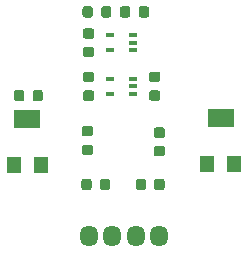
<source format=gtp>
G04 #@! TF.GenerationSoftware,KiCad,Pcbnew,(5.1.2)-1*
G04 #@! TF.CreationDate,2021-06-27T22:03:38+09:00*
G04 #@! TF.ProjectId,ls,6c732e6b-6963-4616-945f-706362585858,v1.0*
G04 #@! TF.SameCoordinates,Original*
G04 #@! TF.FileFunction,Paste,Top*
G04 #@! TF.FilePolarity,Positive*
%FSLAX46Y46*%
G04 Gerber Fmt 4.6, Leading zero omitted, Abs format (unit mm)*
G04 Created by KiCad (PCBNEW (5.1.2)-1) date 2021-06-27 22:03:38*
%MOMM*%
%LPD*%
G04 APERTURE LIST*
%ADD10R,0.650000X0.400000*%
%ADD11R,1.297940X1.399540*%
%ADD12R,2.298700X1.498600*%
%ADD13C,0.100000*%
%ADD14C,0.875000*%
%ADD15O,1.524000X1.800000*%
G04 APERTURE END LIST*
D10*
X146350000Y-96450000D03*
X146350000Y-95150000D03*
X148250000Y-95800000D03*
X148250000Y-95150000D03*
X148250000Y-96450000D03*
X146350000Y-92750000D03*
X146350000Y-91450000D03*
X148250000Y-92100000D03*
X148250000Y-91450000D03*
X148250000Y-92750000D03*
D11*
X154551920Y-102349780D03*
D12*
X155700000Y-98501680D03*
D11*
X156848080Y-102349780D03*
X138151920Y-102449780D03*
D12*
X139300000Y-98601680D03*
D11*
X140448080Y-102449780D03*
D13*
G36*
X147840691Y-89026053D02*
G01*
X147861926Y-89029203D01*
X147882750Y-89034419D01*
X147902962Y-89041651D01*
X147922368Y-89050830D01*
X147940781Y-89061866D01*
X147958024Y-89074654D01*
X147973930Y-89089070D01*
X147988346Y-89104976D01*
X148001134Y-89122219D01*
X148012170Y-89140632D01*
X148021349Y-89160038D01*
X148028581Y-89180250D01*
X148033797Y-89201074D01*
X148036947Y-89222309D01*
X148038000Y-89243750D01*
X148038000Y-89756250D01*
X148036947Y-89777691D01*
X148033797Y-89798926D01*
X148028581Y-89819750D01*
X148021349Y-89839962D01*
X148012170Y-89859368D01*
X148001134Y-89877781D01*
X147988346Y-89895024D01*
X147973930Y-89910930D01*
X147958024Y-89925346D01*
X147940781Y-89938134D01*
X147922368Y-89949170D01*
X147902962Y-89958349D01*
X147882750Y-89965581D01*
X147861926Y-89970797D01*
X147840691Y-89973947D01*
X147819250Y-89975000D01*
X147381750Y-89975000D01*
X147360309Y-89973947D01*
X147339074Y-89970797D01*
X147318250Y-89965581D01*
X147298038Y-89958349D01*
X147278632Y-89949170D01*
X147260219Y-89938134D01*
X147242976Y-89925346D01*
X147227070Y-89910930D01*
X147212654Y-89895024D01*
X147199866Y-89877781D01*
X147188830Y-89859368D01*
X147179651Y-89839962D01*
X147172419Y-89819750D01*
X147167203Y-89798926D01*
X147164053Y-89777691D01*
X147163000Y-89756250D01*
X147163000Y-89243750D01*
X147164053Y-89222309D01*
X147167203Y-89201074D01*
X147172419Y-89180250D01*
X147179651Y-89160038D01*
X147188830Y-89140632D01*
X147199866Y-89122219D01*
X147212654Y-89104976D01*
X147227070Y-89089070D01*
X147242976Y-89074654D01*
X147260219Y-89061866D01*
X147278632Y-89050830D01*
X147298038Y-89041651D01*
X147318250Y-89034419D01*
X147339074Y-89029203D01*
X147360309Y-89026053D01*
X147381750Y-89025000D01*
X147819250Y-89025000D01*
X147840691Y-89026053D01*
X147840691Y-89026053D01*
G37*
D14*
X147600500Y-89500000D03*
D13*
G36*
X149415691Y-89026053D02*
G01*
X149436926Y-89029203D01*
X149457750Y-89034419D01*
X149477962Y-89041651D01*
X149497368Y-89050830D01*
X149515781Y-89061866D01*
X149533024Y-89074654D01*
X149548930Y-89089070D01*
X149563346Y-89104976D01*
X149576134Y-89122219D01*
X149587170Y-89140632D01*
X149596349Y-89160038D01*
X149603581Y-89180250D01*
X149608797Y-89201074D01*
X149611947Y-89222309D01*
X149613000Y-89243750D01*
X149613000Y-89756250D01*
X149611947Y-89777691D01*
X149608797Y-89798926D01*
X149603581Y-89819750D01*
X149596349Y-89839962D01*
X149587170Y-89859368D01*
X149576134Y-89877781D01*
X149563346Y-89895024D01*
X149548930Y-89910930D01*
X149533024Y-89925346D01*
X149515781Y-89938134D01*
X149497368Y-89949170D01*
X149477962Y-89958349D01*
X149457750Y-89965581D01*
X149436926Y-89970797D01*
X149415691Y-89973947D01*
X149394250Y-89975000D01*
X148956750Y-89975000D01*
X148935309Y-89973947D01*
X148914074Y-89970797D01*
X148893250Y-89965581D01*
X148873038Y-89958349D01*
X148853632Y-89949170D01*
X148835219Y-89938134D01*
X148817976Y-89925346D01*
X148802070Y-89910930D01*
X148787654Y-89895024D01*
X148774866Y-89877781D01*
X148763830Y-89859368D01*
X148754651Y-89839962D01*
X148747419Y-89819750D01*
X148742203Y-89798926D01*
X148739053Y-89777691D01*
X148738000Y-89756250D01*
X148738000Y-89243750D01*
X148739053Y-89222309D01*
X148742203Y-89201074D01*
X148747419Y-89180250D01*
X148754651Y-89160038D01*
X148763830Y-89140632D01*
X148774866Y-89122219D01*
X148787654Y-89104976D01*
X148802070Y-89089070D01*
X148817976Y-89074654D01*
X148835219Y-89061866D01*
X148853632Y-89050830D01*
X148873038Y-89041651D01*
X148893250Y-89034419D01*
X148914074Y-89029203D01*
X148935309Y-89026053D01*
X148956750Y-89025000D01*
X149394250Y-89025000D01*
X149415691Y-89026053D01*
X149415691Y-89026053D01*
G37*
D14*
X149175500Y-89500000D03*
D13*
G36*
X150377691Y-94563553D02*
G01*
X150398926Y-94566703D01*
X150419750Y-94571919D01*
X150439962Y-94579151D01*
X150459368Y-94588330D01*
X150477781Y-94599366D01*
X150495024Y-94612154D01*
X150510930Y-94626570D01*
X150525346Y-94642476D01*
X150538134Y-94659719D01*
X150549170Y-94678132D01*
X150558349Y-94697538D01*
X150565581Y-94717750D01*
X150570797Y-94738574D01*
X150573947Y-94759809D01*
X150575000Y-94781250D01*
X150575000Y-95218750D01*
X150573947Y-95240191D01*
X150570797Y-95261426D01*
X150565581Y-95282250D01*
X150558349Y-95302462D01*
X150549170Y-95321868D01*
X150538134Y-95340281D01*
X150525346Y-95357524D01*
X150510930Y-95373430D01*
X150495024Y-95387846D01*
X150477781Y-95400634D01*
X150459368Y-95411670D01*
X150439962Y-95420849D01*
X150419750Y-95428081D01*
X150398926Y-95433297D01*
X150377691Y-95436447D01*
X150356250Y-95437500D01*
X149843750Y-95437500D01*
X149822309Y-95436447D01*
X149801074Y-95433297D01*
X149780250Y-95428081D01*
X149760038Y-95420849D01*
X149740632Y-95411670D01*
X149722219Y-95400634D01*
X149704976Y-95387846D01*
X149689070Y-95373430D01*
X149674654Y-95357524D01*
X149661866Y-95340281D01*
X149650830Y-95321868D01*
X149641651Y-95302462D01*
X149634419Y-95282250D01*
X149629203Y-95261426D01*
X149626053Y-95240191D01*
X149625000Y-95218750D01*
X149625000Y-94781250D01*
X149626053Y-94759809D01*
X149629203Y-94738574D01*
X149634419Y-94717750D01*
X149641651Y-94697538D01*
X149650830Y-94678132D01*
X149661866Y-94659719D01*
X149674654Y-94642476D01*
X149689070Y-94626570D01*
X149704976Y-94612154D01*
X149722219Y-94599366D01*
X149740632Y-94588330D01*
X149760038Y-94579151D01*
X149780250Y-94571919D01*
X149801074Y-94566703D01*
X149822309Y-94563553D01*
X149843750Y-94562500D01*
X150356250Y-94562500D01*
X150377691Y-94563553D01*
X150377691Y-94563553D01*
G37*
D14*
X150100000Y-95000000D03*
D13*
G36*
X150377691Y-96138553D02*
G01*
X150398926Y-96141703D01*
X150419750Y-96146919D01*
X150439962Y-96154151D01*
X150459368Y-96163330D01*
X150477781Y-96174366D01*
X150495024Y-96187154D01*
X150510930Y-96201570D01*
X150525346Y-96217476D01*
X150538134Y-96234719D01*
X150549170Y-96253132D01*
X150558349Y-96272538D01*
X150565581Y-96292750D01*
X150570797Y-96313574D01*
X150573947Y-96334809D01*
X150575000Y-96356250D01*
X150575000Y-96793750D01*
X150573947Y-96815191D01*
X150570797Y-96836426D01*
X150565581Y-96857250D01*
X150558349Y-96877462D01*
X150549170Y-96896868D01*
X150538134Y-96915281D01*
X150525346Y-96932524D01*
X150510930Y-96948430D01*
X150495024Y-96962846D01*
X150477781Y-96975634D01*
X150459368Y-96986670D01*
X150439962Y-96995849D01*
X150419750Y-97003081D01*
X150398926Y-97008297D01*
X150377691Y-97011447D01*
X150356250Y-97012500D01*
X149843750Y-97012500D01*
X149822309Y-97011447D01*
X149801074Y-97008297D01*
X149780250Y-97003081D01*
X149760038Y-96995849D01*
X149740632Y-96986670D01*
X149722219Y-96975634D01*
X149704976Y-96962846D01*
X149689070Y-96948430D01*
X149674654Y-96932524D01*
X149661866Y-96915281D01*
X149650830Y-96896868D01*
X149641651Y-96877462D01*
X149634419Y-96857250D01*
X149629203Y-96836426D01*
X149626053Y-96815191D01*
X149625000Y-96793750D01*
X149625000Y-96356250D01*
X149626053Y-96334809D01*
X149629203Y-96313574D01*
X149634419Y-96292750D01*
X149641651Y-96272538D01*
X149650830Y-96253132D01*
X149661866Y-96234719D01*
X149674654Y-96217476D01*
X149689070Y-96201570D01*
X149704976Y-96187154D01*
X149722219Y-96174366D01*
X149740632Y-96163330D01*
X149760038Y-96154151D01*
X149780250Y-96146919D01*
X149801074Y-96141703D01*
X149822309Y-96138553D01*
X149843750Y-96137500D01*
X150356250Y-96137500D01*
X150377691Y-96138553D01*
X150377691Y-96138553D01*
G37*
D14*
X150100000Y-96575000D03*
D13*
G36*
X144664691Y-89026053D02*
G01*
X144685926Y-89029203D01*
X144706750Y-89034419D01*
X144726962Y-89041651D01*
X144746368Y-89050830D01*
X144764781Y-89061866D01*
X144782024Y-89074654D01*
X144797930Y-89089070D01*
X144812346Y-89104976D01*
X144825134Y-89122219D01*
X144836170Y-89140632D01*
X144845349Y-89160038D01*
X144852581Y-89180250D01*
X144857797Y-89201074D01*
X144860947Y-89222309D01*
X144862000Y-89243750D01*
X144862000Y-89756250D01*
X144860947Y-89777691D01*
X144857797Y-89798926D01*
X144852581Y-89819750D01*
X144845349Y-89839962D01*
X144836170Y-89859368D01*
X144825134Y-89877781D01*
X144812346Y-89895024D01*
X144797930Y-89910930D01*
X144782024Y-89925346D01*
X144764781Y-89938134D01*
X144746368Y-89949170D01*
X144726962Y-89958349D01*
X144706750Y-89965581D01*
X144685926Y-89970797D01*
X144664691Y-89973947D01*
X144643250Y-89975000D01*
X144205750Y-89975000D01*
X144184309Y-89973947D01*
X144163074Y-89970797D01*
X144142250Y-89965581D01*
X144122038Y-89958349D01*
X144102632Y-89949170D01*
X144084219Y-89938134D01*
X144066976Y-89925346D01*
X144051070Y-89910930D01*
X144036654Y-89895024D01*
X144023866Y-89877781D01*
X144012830Y-89859368D01*
X144003651Y-89839962D01*
X143996419Y-89819750D01*
X143991203Y-89798926D01*
X143988053Y-89777691D01*
X143987000Y-89756250D01*
X143987000Y-89243750D01*
X143988053Y-89222309D01*
X143991203Y-89201074D01*
X143996419Y-89180250D01*
X144003651Y-89160038D01*
X144012830Y-89140632D01*
X144023866Y-89122219D01*
X144036654Y-89104976D01*
X144051070Y-89089070D01*
X144066976Y-89074654D01*
X144084219Y-89061866D01*
X144102632Y-89050830D01*
X144122038Y-89041651D01*
X144142250Y-89034419D01*
X144163074Y-89029203D01*
X144184309Y-89026053D01*
X144205750Y-89025000D01*
X144643250Y-89025000D01*
X144664691Y-89026053D01*
X144664691Y-89026053D01*
G37*
D14*
X144424500Y-89500000D03*
D13*
G36*
X146239691Y-89026053D02*
G01*
X146260926Y-89029203D01*
X146281750Y-89034419D01*
X146301962Y-89041651D01*
X146321368Y-89050830D01*
X146339781Y-89061866D01*
X146357024Y-89074654D01*
X146372930Y-89089070D01*
X146387346Y-89104976D01*
X146400134Y-89122219D01*
X146411170Y-89140632D01*
X146420349Y-89160038D01*
X146427581Y-89180250D01*
X146432797Y-89201074D01*
X146435947Y-89222309D01*
X146437000Y-89243750D01*
X146437000Y-89756250D01*
X146435947Y-89777691D01*
X146432797Y-89798926D01*
X146427581Y-89819750D01*
X146420349Y-89839962D01*
X146411170Y-89859368D01*
X146400134Y-89877781D01*
X146387346Y-89895024D01*
X146372930Y-89910930D01*
X146357024Y-89925346D01*
X146339781Y-89938134D01*
X146321368Y-89949170D01*
X146301962Y-89958349D01*
X146281750Y-89965581D01*
X146260926Y-89970797D01*
X146239691Y-89973947D01*
X146218250Y-89975000D01*
X145780750Y-89975000D01*
X145759309Y-89973947D01*
X145738074Y-89970797D01*
X145717250Y-89965581D01*
X145697038Y-89958349D01*
X145677632Y-89949170D01*
X145659219Y-89938134D01*
X145641976Y-89925346D01*
X145626070Y-89910930D01*
X145611654Y-89895024D01*
X145598866Y-89877781D01*
X145587830Y-89859368D01*
X145578651Y-89839962D01*
X145571419Y-89819750D01*
X145566203Y-89798926D01*
X145563053Y-89777691D01*
X145562000Y-89756250D01*
X145562000Y-89243750D01*
X145563053Y-89222309D01*
X145566203Y-89201074D01*
X145571419Y-89180250D01*
X145578651Y-89160038D01*
X145587830Y-89140632D01*
X145598866Y-89122219D01*
X145611654Y-89104976D01*
X145626070Y-89089070D01*
X145641976Y-89074654D01*
X145659219Y-89061866D01*
X145677632Y-89050830D01*
X145697038Y-89041651D01*
X145717250Y-89034419D01*
X145738074Y-89029203D01*
X145759309Y-89026053D01*
X145780750Y-89025000D01*
X146218250Y-89025000D01*
X146239691Y-89026053D01*
X146239691Y-89026053D01*
G37*
D14*
X145999500Y-89500000D03*
D13*
G36*
X150739691Y-103626053D02*
G01*
X150760926Y-103629203D01*
X150781750Y-103634419D01*
X150801962Y-103641651D01*
X150821368Y-103650830D01*
X150839781Y-103661866D01*
X150857024Y-103674654D01*
X150872930Y-103689070D01*
X150887346Y-103704976D01*
X150900134Y-103722219D01*
X150911170Y-103740632D01*
X150920349Y-103760038D01*
X150927581Y-103780250D01*
X150932797Y-103801074D01*
X150935947Y-103822309D01*
X150937000Y-103843750D01*
X150937000Y-104356250D01*
X150935947Y-104377691D01*
X150932797Y-104398926D01*
X150927581Y-104419750D01*
X150920349Y-104439962D01*
X150911170Y-104459368D01*
X150900134Y-104477781D01*
X150887346Y-104495024D01*
X150872930Y-104510930D01*
X150857024Y-104525346D01*
X150839781Y-104538134D01*
X150821368Y-104549170D01*
X150801962Y-104558349D01*
X150781750Y-104565581D01*
X150760926Y-104570797D01*
X150739691Y-104573947D01*
X150718250Y-104575000D01*
X150280750Y-104575000D01*
X150259309Y-104573947D01*
X150238074Y-104570797D01*
X150217250Y-104565581D01*
X150197038Y-104558349D01*
X150177632Y-104549170D01*
X150159219Y-104538134D01*
X150141976Y-104525346D01*
X150126070Y-104510930D01*
X150111654Y-104495024D01*
X150098866Y-104477781D01*
X150087830Y-104459368D01*
X150078651Y-104439962D01*
X150071419Y-104419750D01*
X150066203Y-104398926D01*
X150063053Y-104377691D01*
X150062000Y-104356250D01*
X150062000Y-103843750D01*
X150063053Y-103822309D01*
X150066203Y-103801074D01*
X150071419Y-103780250D01*
X150078651Y-103760038D01*
X150087830Y-103740632D01*
X150098866Y-103722219D01*
X150111654Y-103704976D01*
X150126070Y-103689070D01*
X150141976Y-103674654D01*
X150159219Y-103661866D01*
X150177632Y-103650830D01*
X150197038Y-103641651D01*
X150217250Y-103634419D01*
X150238074Y-103629203D01*
X150259309Y-103626053D01*
X150280750Y-103625000D01*
X150718250Y-103625000D01*
X150739691Y-103626053D01*
X150739691Y-103626053D01*
G37*
D14*
X150499500Y-104100000D03*
D13*
G36*
X149164691Y-103626053D02*
G01*
X149185926Y-103629203D01*
X149206750Y-103634419D01*
X149226962Y-103641651D01*
X149246368Y-103650830D01*
X149264781Y-103661866D01*
X149282024Y-103674654D01*
X149297930Y-103689070D01*
X149312346Y-103704976D01*
X149325134Y-103722219D01*
X149336170Y-103740632D01*
X149345349Y-103760038D01*
X149352581Y-103780250D01*
X149357797Y-103801074D01*
X149360947Y-103822309D01*
X149362000Y-103843750D01*
X149362000Y-104356250D01*
X149360947Y-104377691D01*
X149357797Y-104398926D01*
X149352581Y-104419750D01*
X149345349Y-104439962D01*
X149336170Y-104459368D01*
X149325134Y-104477781D01*
X149312346Y-104495024D01*
X149297930Y-104510930D01*
X149282024Y-104525346D01*
X149264781Y-104538134D01*
X149246368Y-104549170D01*
X149226962Y-104558349D01*
X149206750Y-104565581D01*
X149185926Y-104570797D01*
X149164691Y-104573947D01*
X149143250Y-104575000D01*
X148705750Y-104575000D01*
X148684309Y-104573947D01*
X148663074Y-104570797D01*
X148642250Y-104565581D01*
X148622038Y-104558349D01*
X148602632Y-104549170D01*
X148584219Y-104538134D01*
X148566976Y-104525346D01*
X148551070Y-104510930D01*
X148536654Y-104495024D01*
X148523866Y-104477781D01*
X148512830Y-104459368D01*
X148503651Y-104439962D01*
X148496419Y-104419750D01*
X148491203Y-104398926D01*
X148488053Y-104377691D01*
X148487000Y-104356250D01*
X148487000Y-103843750D01*
X148488053Y-103822309D01*
X148491203Y-103801074D01*
X148496419Y-103780250D01*
X148503651Y-103760038D01*
X148512830Y-103740632D01*
X148523866Y-103722219D01*
X148536654Y-103704976D01*
X148551070Y-103689070D01*
X148566976Y-103674654D01*
X148584219Y-103661866D01*
X148602632Y-103650830D01*
X148622038Y-103641651D01*
X148642250Y-103634419D01*
X148663074Y-103629203D01*
X148684309Y-103626053D01*
X148705750Y-103625000D01*
X149143250Y-103625000D01*
X149164691Y-103626053D01*
X149164691Y-103626053D01*
G37*
D14*
X148924500Y-104100000D03*
D15*
X144500000Y-108500000D03*
X146500000Y-108500000D03*
X148500000Y-108500000D03*
X150500000Y-108500000D03*
D13*
G36*
X146139691Y-103626053D02*
G01*
X146160926Y-103629203D01*
X146181750Y-103634419D01*
X146201962Y-103641651D01*
X146221368Y-103650830D01*
X146239781Y-103661866D01*
X146257024Y-103674654D01*
X146272930Y-103689070D01*
X146287346Y-103704976D01*
X146300134Y-103722219D01*
X146311170Y-103740632D01*
X146320349Y-103760038D01*
X146327581Y-103780250D01*
X146332797Y-103801074D01*
X146335947Y-103822309D01*
X146337000Y-103843750D01*
X146337000Y-104356250D01*
X146335947Y-104377691D01*
X146332797Y-104398926D01*
X146327581Y-104419750D01*
X146320349Y-104439962D01*
X146311170Y-104459368D01*
X146300134Y-104477781D01*
X146287346Y-104495024D01*
X146272930Y-104510930D01*
X146257024Y-104525346D01*
X146239781Y-104538134D01*
X146221368Y-104549170D01*
X146201962Y-104558349D01*
X146181750Y-104565581D01*
X146160926Y-104570797D01*
X146139691Y-104573947D01*
X146118250Y-104575000D01*
X145680750Y-104575000D01*
X145659309Y-104573947D01*
X145638074Y-104570797D01*
X145617250Y-104565581D01*
X145597038Y-104558349D01*
X145577632Y-104549170D01*
X145559219Y-104538134D01*
X145541976Y-104525346D01*
X145526070Y-104510930D01*
X145511654Y-104495024D01*
X145498866Y-104477781D01*
X145487830Y-104459368D01*
X145478651Y-104439962D01*
X145471419Y-104419750D01*
X145466203Y-104398926D01*
X145463053Y-104377691D01*
X145462000Y-104356250D01*
X145462000Y-103843750D01*
X145463053Y-103822309D01*
X145466203Y-103801074D01*
X145471419Y-103780250D01*
X145478651Y-103760038D01*
X145487830Y-103740632D01*
X145498866Y-103722219D01*
X145511654Y-103704976D01*
X145526070Y-103689070D01*
X145541976Y-103674654D01*
X145559219Y-103661866D01*
X145577632Y-103650830D01*
X145597038Y-103641651D01*
X145617250Y-103634419D01*
X145638074Y-103629203D01*
X145659309Y-103626053D01*
X145680750Y-103625000D01*
X146118250Y-103625000D01*
X146139691Y-103626053D01*
X146139691Y-103626053D01*
G37*
D14*
X145899500Y-104100000D03*
D13*
G36*
X144564691Y-103626053D02*
G01*
X144585926Y-103629203D01*
X144606750Y-103634419D01*
X144626962Y-103641651D01*
X144646368Y-103650830D01*
X144664781Y-103661866D01*
X144682024Y-103674654D01*
X144697930Y-103689070D01*
X144712346Y-103704976D01*
X144725134Y-103722219D01*
X144736170Y-103740632D01*
X144745349Y-103760038D01*
X144752581Y-103780250D01*
X144757797Y-103801074D01*
X144760947Y-103822309D01*
X144762000Y-103843750D01*
X144762000Y-104356250D01*
X144760947Y-104377691D01*
X144757797Y-104398926D01*
X144752581Y-104419750D01*
X144745349Y-104439962D01*
X144736170Y-104459368D01*
X144725134Y-104477781D01*
X144712346Y-104495024D01*
X144697930Y-104510930D01*
X144682024Y-104525346D01*
X144664781Y-104538134D01*
X144646368Y-104549170D01*
X144626962Y-104558349D01*
X144606750Y-104565581D01*
X144585926Y-104570797D01*
X144564691Y-104573947D01*
X144543250Y-104575000D01*
X144105750Y-104575000D01*
X144084309Y-104573947D01*
X144063074Y-104570797D01*
X144042250Y-104565581D01*
X144022038Y-104558349D01*
X144002632Y-104549170D01*
X143984219Y-104538134D01*
X143966976Y-104525346D01*
X143951070Y-104510930D01*
X143936654Y-104495024D01*
X143923866Y-104477781D01*
X143912830Y-104459368D01*
X143903651Y-104439962D01*
X143896419Y-104419750D01*
X143891203Y-104398926D01*
X143888053Y-104377691D01*
X143887000Y-104356250D01*
X143887000Y-103843750D01*
X143888053Y-103822309D01*
X143891203Y-103801074D01*
X143896419Y-103780250D01*
X143903651Y-103760038D01*
X143912830Y-103740632D01*
X143923866Y-103722219D01*
X143936654Y-103704976D01*
X143951070Y-103689070D01*
X143966976Y-103674654D01*
X143984219Y-103661866D01*
X144002632Y-103650830D01*
X144022038Y-103641651D01*
X144042250Y-103634419D01*
X144063074Y-103629203D01*
X144084309Y-103626053D01*
X144105750Y-103625000D01*
X144543250Y-103625000D01*
X144564691Y-103626053D01*
X144564691Y-103626053D01*
G37*
D14*
X144324500Y-104100000D03*
D13*
G36*
X144777691Y-94576053D02*
G01*
X144798926Y-94579203D01*
X144819750Y-94584419D01*
X144839962Y-94591651D01*
X144859368Y-94600830D01*
X144877781Y-94611866D01*
X144895024Y-94624654D01*
X144910930Y-94639070D01*
X144925346Y-94654976D01*
X144938134Y-94672219D01*
X144949170Y-94690632D01*
X144958349Y-94710038D01*
X144965581Y-94730250D01*
X144970797Y-94751074D01*
X144973947Y-94772309D01*
X144975000Y-94793750D01*
X144975000Y-95231250D01*
X144973947Y-95252691D01*
X144970797Y-95273926D01*
X144965581Y-95294750D01*
X144958349Y-95314962D01*
X144949170Y-95334368D01*
X144938134Y-95352781D01*
X144925346Y-95370024D01*
X144910930Y-95385930D01*
X144895024Y-95400346D01*
X144877781Y-95413134D01*
X144859368Y-95424170D01*
X144839962Y-95433349D01*
X144819750Y-95440581D01*
X144798926Y-95445797D01*
X144777691Y-95448947D01*
X144756250Y-95450000D01*
X144243750Y-95450000D01*
X144222309Y-95448947D01*
X144201074Y-95445797D01*
X144180250Y-95440581D01*
X144160038Y-95433349D01*
X144140632Y-95424170D01*
X144122219Y-95413134D01*
X144104976Y-95400346D01*
X144089070Y-95385930D01*
X144074654Y-95370024D01*
X144061866Y-95352781D01*
X144050830Y-95334368D01*
X144041651Y-95314962D01*
X144034419Y-95294750D01*
X144029203Y-95273926D01*
X144026053Y-95252691D01*
X144025000Y-95231250D01*
X144025000Y-94793750D01*
X144026053Y-94772309D01*
X144029203Y-94751074D01*
X144034419Y-94730250D01*
X144041651Y-94710038D01*
X144050830Y-94690632D01*
X144061866Y-94672219D01*
X144074654Y-94654976D01*
X144089070Y-94639070D01*
X144104976Y-94624654D01*
X144122219Y-94611866D01*
X144140632Y-94600830D01*
X144160038Y-94591651D01*
X144180250Y-94584419D01*
X144201074Y-94579203D01*
X144222309Y-94576053D01*
X144243750Y-94575000D01*
X144756250Y-94575000D01*
X144777691Y-94576053D01*
X144777691Y-94576053D01*
G37*
D14*
X144500000Y-95012500D03*
D13*
G36*
X144777691Y-96151053D02*
G01*
X144798926Y-96154203D01*
X144819750Y-96159419D01*
X144839962Y-96166651D01*
X144859368Y-96175830D01*
X144877781Y-96186866D01*
X144895024Y-96199654D01*
X144910930Y-96214070D01*
X144925346Y-96229976D01*
X144938134Y-96247219D01*
X144949170Y-96265632D01*
X144958349Y-96285038D01*
X144965581Y-96305250D01*
X144970797Y-96326074D01*
X144973947Y-96347309D01*
X144975000Y-96368750D01*
X144975000Y-96806250D01*
X144973947Y-96827691D01*
X144970797Y-96848926D01*
X144965581Y-96869750D01*
X144958349Y-96889962D01*
X144949170Y-96909368D01*
X144938134Y-96927781D01*
X144925346Y-96945024D01*
X144910930Y-96960930D01*
X144895024Y-96975346D01*
X144877781Y-96988134D01*
X144859368Y-96999170D01*
X144839962Y-97008349D01*
X144819750Y-97015581D01*
X144798926Y-97020797D01*
X144777691Y-97023947D01*
X144756250Y-97025000D01*
X144243750Y-97025000D01*
X144222309Y-97023947D01*
X144201074Y-97020797D01*
X144180250Y-97015581D01*
X144160038Y-97008349D01*
X144140632Y-96999170D01*
X144122219Y-96988134D01*
X144104976Y-96975346D01*
X144089070Y-96960930D01*
X144074654Y-96945024D01*
X144061866Y-96927781D01*
X144050830Y-96909368D01*
X144041651Y-96889962D01*
X144034419Y-96869750D01*
X144029203Y-96848926D01*
X144026053Y-96827691D01*
X144025000Y-96806250D01*
X144025000Y-96368750D01*
X144026053Y-96347309D01*
X144029203Y-96326074D01*
X144034419Y-96305250D01*
X144041651Y-96285038D01*
X144050830Y-96265632D01*
X144061866Y-96247219D01*
X144074654Y-96229976D01*
X144089070Y-96214070D01*
X144104976Y-96199654D01*
X144122219Y-96186866D01*
X144140632Y-96175830D01*
X144160038Y-96166651D01*
X144180250Y-96159419D01*
X144201074Y-96154203D01*
X144222309Y-96151053D01*
X144243750Y-96150000D01*
X144756250Y-96150000D01*
X144777691Y-96151053D01*
X144777691Y-96151053D01*
G37*
D14*
X144500000Y-96587500D03*
D13*
G36*
X144777691Y-90888553D02*
G01*
X144798926Y-90891703D01*
X144819750Y-90896919D01*
X144839962Y-90904151D01*
X144859368Y-90913330D01*
X144877781Y-90924366D01*
X144895024Y-90937154D01*
X144910930Y-90951570D01*
X144925346Y-90967476D01*
X144938134Y-90984719D01*
X144949170Y-91003132D01*
X144958349Y-91022538D01*
X144965581Y-91042750D01*
X144970797Y-91063574D01*
X144973947Y-91084809D01*
X144975000Y-91106250D01*
X144975000Y-91543750D01*
X144973947Y-91565191D01*
X144970797Y-91586426D01*
X144965581Y-91607250D01*
X144958349Y-91627462D01*
X144949170Y-91646868D01*
X144938134Y-91665281D01*
X144925346Y-91682524D01*
X144910930Y-91698430D01*
X144895024Y-91712846D01*
X144877781Y-91725634D01*
X144859368Y-91736670D01*
X144839962Y-91745849D01*
X144819750Y-91753081D01*
X144798926Y-91758297D01*
X144777691Y-91761447D01*
X144756250Y-91762500D01*
X144243750Y-91762500D01*
X144222309Y-91761447D01*
X144201074Y-91758297D01*
X144180250Y-91753081D01*
X144160038Y-91745849D01*
X144140632Y-91736670D01*
X144122219Y-91725634D01*
X144104976Y-91712846D01*
X144089070Y-91698430D01*
X144074654Y-91682524D01*
X144061866Y-91665281D01*
X144050830Y-91646868D01*
X144041651Y-91627462D01*
X144034419Y-91607250D01*
X144029203Y-91586426D01*
X144026053Y-91565191D01*
X144025000Y-91543750D01*
X144025000Y-91106250D01*
X144026053Y-91084809D01*
X144029203Y-91063574D01*
X144034419Y-91042750D01*
X144041651Y-91022538D01*
X144050830Y-91003132D01*
X144061866Y-90984719D01*
X144074654Y-90967476D01*
X144089070Y-90951570D01*
X144104976Y-90937154D01*
X144122219Y-90924366D01*
X144140632Y-90913330D01*
X144160038Y-90904151D01*
X144180250Y-90896919D01*
X144201074Y-90891703D01*
X144222309Y-90888553D01*
X144243750Y-90887500D01*
X144756250Y-90887500D01*
X144777691Y-90888553D01*
X144777691Y-90888553D01*
G37*
D14*
X144500000Y-91325000D03*
D13*
G36*
X144777691Y-92463553D02*
G01*
X144798926Y-92466703D01*
X144819750Y-92471919D01*
X144839962Y-92479151D01*
X144859368Y-92488330D01*
X144877781Y-92499366D01*
X144895024Y-92512154D01*
X144910930Y-92526570D01*
X144925346Y-92542476D01*
X144938134Y-92559719D01*
X144949170Y-92578132D01*
X144958349Y-92597538D01*
X144965581Y-92617750D01*
X144970797Y-92638574D01*
X144973947Y-92659809D01*
X144975000Y-92681250D01*
X144975000Y-93118750D01*
X144973947Y-93140191D01*
X144970797Y-93161426D01*
X144965581Y-93182250D01*
X144958349Y-93202462D01*
X144949170Y-93221868D01*
X144938134Y-93240281D01*
X144925346Y-93257524D01*
X144910930Y-93273430D01*
X144895024Y-93287846D01*
X144877781Y-93300634D01*
X144859368Y-93311670D01*
X144839962Y-93320849D01*
X144819750Y-93328081D01*
X144798926Y-93333297D01*
X144777691Y-93336447D01*
X144756250Y-93337500D01*
X144243750Y-93337500D01*
X144222309Y-93336447D01*
X144201074Y-93333297D01*
X144180250Y-93328081D01*
X144160038Y-93320849D01*
X144140632Y-93311670D01*
X144122219Y-93300634D01*
X144104976Y-93287846D01*
X144089070Y-93273430D01*
X144074654Y-93257524D01*
X144061866Y-93240281D01*
X144050830Y-93221868D01*
X144041651Y-93202462D01*
X144034419Y-93182250D01*
X144029203Y-93161426D01*
X144026053Y-93140191D01*
X144025000Y-93118750D01*
X144025000Y-92681250D01*
X144026053Y-92659809D01*
X144029203Y-92638574D01*
X144034419Y-92617750D01*
X144041651Y-92597538D01*
X144050830Y-92578132D01*
X144061866Y-92559719D01*
X144074654Y-92542476D01*
X144089070Y-92526570D01*
X144104976Y-92512154D01*
X144122219Y-92499366D01*
X144140632Y-92488330D01*
X144160038Y-92479151D01*
X144180250Y-92471919D01*
X144201074Y-92466703D01*
X144222309Y-92463553D01*
X144243750Y-92462500D01*
X144756250Y-92462500D01*
X144777691Y-92463553D01*
X144777691Y-92463553D01*
G37*
D14*
X144500000Y-92900000D03*
D13*
G36*
X150777691Y-99276053D02*
G01*
X150798926Y-99279203D01*
X150819750Y-99284419D01*
X150839962Y-99291651D01*
X150859368Y-99300830D01*
X150877781Y-99311866D01*
X150895024Y-99324654D01*
X150910930Y-99339070D01*
X150925346Y-99354976D01*
X150938134Y-99372219D01*
X150949170Y-99390632D01*
X150958349Y-99410038D01*
X150965581Y-99430250D01*
X150970797Y-99451074D01*
X150973947Y-99472309D01*
X150975000Y-99493750D01*
X150975000Y-99931250D01*
X150973947Y-99952691D01*
X150970797Y-99973926D01*
X150965581Y-99994750D01*
X150958349Y-100014962D01*
X150949170Y-100034368D01*
X150938134Y-100052781D01*
X150925346Y-100070024D01*
X150910930Y-100085930D01*
X150895024Y-100100346D01*
X150877781Y-100113134D01*
X150859368Y-100124170D01*
X150839962Y-100133349D01*
X150819750Y-100140581D01*
X150798926Y-100145797D01*
X150777691Y-100148947D01*
X150756250Y-100150000D01*
X150243750Y-100150000D01*
X150222309Y-100148947D01*
X150201074Y-100145797D01*
X150180250Y-100140581D01*
X150160038Y-100133349D01*
X150140632Y-100124170D01*
X150122219Y-100113134D01*
X150104976Y-100100346D01*
X150089070Y-100085930D01*
X150074654Y-100070024D01*
X150061866Y-100052781D01*
X150050830Y-100034368D01*
X150041651Y-100014962D01*
X150034419Y-99994750D01*
X150029203Y-99973926D01*
X150026053Y-99952691D01*
X150025000Y-99931250D01*
X150025000Y-99493750D01*
X150026053Y-99472309D01*
X150029203Y-99451074D01*
X150034419Y-99430250D01*
X150041651Y-99410038D01*
X150050830Y-99390632D01*
X150061866Y-99372219D01*
X150074654Y-99354976D01*
X150089070Y-99339070D01*
X150104976Y-99324654D01*
X150122219Y-99311866D01*
X150140632Y-99300830D01*
X150160038Y-99291651D01*
X150180250Y-99284419D01*
X150201074Y-99279203D01*
X150222309Y-99276053D01*
X150243750Y-99275000D01*
X150756250Y-99275000D01*
X150777691Y-99276053D01*
X150777691Y-99276053D01*
G37*
D14*
X150500000Y-99712500D03*
D13*
G36*
X150777691Y-100851053D02*
G01*
X150798926Y-100854203D01*
X150819750Y-100859419D01*
X150839962Y-100866651D01*
X150859368Y-100875830D01*
X150877781Y-100886866D01*
X150895024Y-100899654D01*
X150910930Y-100914070D01*
X150925346Y-100929976D01*
X150938134Y-100947219D01*
X150949170Y-100965632D01*
X150958349Y-100985038D01*
X150965581Y-101005250D01*
X150970797Y-101026074D01*
X150973947Y-101047309D01*
X150975000Y-101068750D01*
X150975000Y-101506250D01*
X150973947Y-101527691D01*
X150970797Y-101548926D01*
X150965581Y-101569750D01*
X150958349Y-101589962D01*
X150949170Y-101609368D01*
X150938134Y-101627781D01*
X150925346Y-101645024D01*
X150910930Y-101660930D01*
X150895024Y-101675346D01*
X150877781Y-101688134D01*
X150859368Y-101699170D01*
X150839962Y-101708349D01*
X150819750Y-101715581D01*
X150798926Y-101720797D01*
X150777691Y-101723947D01*
X150756250Y-101725000D01*
X150243750Y-101725000D01*
X150222309Y-101723947D01*
X150201074Y-101720797D01*
X150180250Y-101715581D01*
X150160038Y-101708349D01*
X150140632Y-101699170D01*
X150122219Y-101688134D01*
X150104976Y-101675346D01*
X150089070Y-101660930D01*
X150074654Y-101645024D01*
X150061866Y-101627781D01*
X150050830Y-101609368D01*
X150041651Y-101589962D01*
X150034419Y-101569750D01*
X150029203Y-101548926D01*
X150026053Y-101527691D01*
X150025000Y-101506250D01*
X150025000Y-101068750D01*
X150026053Y-101047309D01*
X150029203Y-101026074D01*
X150034419Y-101005250D01*
X150041651Y-100985038D01*
X150050830Y-100965632D01*
X150061866Y-100947219D01*
X150074654Y-100929976D01*
X150089070Y-100914070D01*
X150104976Y-100899654D01*
X150122219Y-100886866D01*
X150140632Y-100875830D01*
X150160038Y-100866651D01*
X150180250Y-100859419D01*
X150201074Y-100854203D01*
X150222309Y-100851053D01*
X150243750Y-100850000D01*
X150756250Y-100850000D01*
X150777691Y-100851053D01*
X150777691Y-100851053D01*
G37*
D14*
X150500000Y-101287500D03*
D13*
G36*
X140439691Y-96126053D02*
G01*
X140460926Y-96129203D01*
X140481750Y-96134419D01*
X140501962Y-96141651D01*
X140521368Y-96150830D01*
X140539781Y-96161866D01*
X140557024Y-96174654D01*
X140572930Y-96189070D01*
X140587346Y-96204976D01*
X140600134Y-96222219D01*
X140611170Y-96240632D01*
X140620349Y-96260038D01*
X140627581Y-96280250D01*
X140632797Y-96301074D01*
X140635947Y-96322309D01*
X140637000Y-96343750D01*
X140637000Y-96856250D01*
X140635947Y-96877691D01*
X140632797Y-96898926D01*
X140627581Y-96919750D01*
X140620349Y-96939962D01*
X140611170Y-96959368D01*
X140600134Y-96977781D01*
X140587346Y-96995024D01*
X140572930Y-97010930D01*
X140557024Y-97025346D01*
X140539781Y-97038134D01*
X140521368Y-97049170D01*
X140501962Y-97058349D01*
X140481750Y-97065581D01*
X140460926Y-97070797D01*
X140439691Y-97073947D01*
X140418250Y-97075000D01*
X139980750Y-97075000D01*
X139959309Y-97073947D01*
X139938074Y-97070797D01*
X139917250Y-97065581D01*
X139897038Y-97058349D01*
X139877632Y-97049170D01*
X139859219Y-97038134D01*
X139841976Y-97025346D01*
X139826070Y-97010930D01*
X139811654Y-96995024D01*
X139798866Y-96977781D01*
X139787830Y-96959368D01*
X139778651Y-96939962D01*
X139771419Y-96919750D01*
X139766203Y-96898926D01*
X139763053Y-96877691D01*
X139762000Y-96856250D01*
X139762000Y-96343750D01*
X139763053Y-96322309D01*
X139766203Y-96301074D01*
X139771419Y-96280250D01*
X139778651Y-96260038D01*
X139787830Y-96240632D01*
X139798866Y-96222219D01*
X139811654Y-96204976D01*
X139826070Y-96189070D01*
X139841976Y-96174654D01*
X139859219Y-96161866D01*
X139877632Y-96150830D01*
X139897038Y-96141651D01*
X139917250Y-96134419D01*
X139938074Y-96129203D01*
X139959309Y-96126053D01*
X139980750Y-96125000D01*
X140418250Y-96125000D01*
X140439691Y-96126053D01*
X140439691Y-96126053D01*
G37*
D14*
X140199500Y-96600000D03*
D13*
G36*
X138864691Y-96126053D02*
G01*
X138885926Y-96129203D01*
X138906750Y-96134419D01*
X138926962Y-96141651D01*
X138946368Y-96150830D01*
X138964781Y-96161866D01*
X138982024Y-96174654D01*
X138997930Y-96189070D01*
X139012346Y-96204976D01*
X139025134Y-96222219D01*
X139036170Y-96240632D01*
X139045349Y-96260038D01*
X139052581Y-96280250D01*
X139057797Y-96301074D01*
X139060947Y-96322309D01*
X139062000Y-96343750D01*
X139062000Y-96856250D01*
X139060947Y-96877691D01*
X139057797Y-96898926D01*
X139052581Y-96919750D01*
X139045349Y-96939962D01*
X139036170Y-96959368D01*
X139025134Y-96977781D01*
X139012346Y-96995024D01*
X138997930Y-97010930D01*
X138982024Y-97025346D01*
X138964781Y-97038134D01*
X138946368Y-97049170D01*
X138926962Y-97058349D01*
X138906750Y-97065581D01*
X138885926Y-97070797D01*
X138864691Y-97073947D01*
X138843250Y-97075000D01*
X138405750Y-97075000D01*
X138384309Y-97073947D01*
X138363074Y-97070797D01*
X138342250Y-97065581D01*
X138322038Y-97058349D01*
X138302632Y-97049170D01*
X138284219Y-97038134D01*
X138266976Y-97025346D01*
X138251070Y-97010930D01*
X138236654Y-96995024D01*
X138223866Y-96977781D01*
X138212830Y-96959368D01*
X138203651Y-96939962D01*
X138196419Y-96919750D01*
X138191203Y-96898926D01*
X138188053Y-96877691D01*
X138187000Y-96856250D01*
X138187000Y-96343750D01*
X138188053Y-96322309D01*
X138191203Y-96301074D01*
X138196419Y-96280250D01*
X138203651Y-96260038D01*
X138212830Y-96240632D01*
X138223866Y-96222219D01*
X138236654Y-96204976D01*
X138251070Y-96189070D01*
X138266976Y-96174654D01*
X138284219Y-96161866D01*
X138302632Y-96150830D01*
X138322038Y-96141651D01*
X138342250Y-96134419D01*
X138363074Y-96129203D01*
X138384309Y-96126053D01*
X138405750Y-96125000D01*
X138843250Y-96125000D01*
X138864691Y-96126053D01*
X138864691Y-96126053D01*
G37*
D14*
X138624500Y-96600000D03*
D13*
G36*
X144677691Y-99164053D02*
G01*
X144698926Y-99167203D01*
X144719750Y-99172419D01*
X144739962Y-99179651D01*
X144759368Y-99188830D01*
X144777781Y-99199866D01*
X144795024Y-99212654D01*
X144810930Y-99227070D01*
X144825346Y-99242976D01*
X144838134Y-99260219D01*
X144849170Y-99278632D01*
X144858349Y-99298038D01*
X144865581Y-99318250D01*
X144870797Y-99339074D01*
X144873947Y-99360309D01*
X144875000Y-99381750D01*
X144875000Y-99819250D01*
X144873947Y-99840691D01*
X144870797Y-99861926D01*
X144865581Y-99882750D01*
X144858349Y-99902962D01*
X144849170Y-99922368D01*
X144838134Y-99940781D01*
X144825346Y-99958024D01*
X144810930Y-99973930D01*
X144795024Y-99988346D01*
X144777781Y-100001134D01*
X144759368Y-100012170D01*
X144739962Y-100021349D01*
X144719750Y-100028581D01*
X144698926Y-100033797D01*
X144677691Y-100036947D01*
X144656250Y-100038000D01*
X144143750Y-100038000D01*
X144122309Y-100036947D01*
X144101074Y-100033797D01*
X144080250Y-100028581D01*
X144060038Y-100021349D01*
X144040632Y-100012170D01*
X144022219Y-100001134D01*
X144004976Y-99988346D01*
X143989070Y-99973930D01*
X143974654Y-99958024D01*
X143961866Y-99940781D01*
X143950830Y-99922368D01*
X143941651Y-99902962D01*
X143934419Y-99882750D01*
X143929203Y-99861926D01*
X143926053Y-99840691D01*
X143925000Y-99819250D01*
X143925000Y-99381750D01*
X143926053Y-99360309D01*
X143929203Y-99339074D01*
X143934419Y-99318250D01*
X143941651Y-99298038D01*
X143950830Y-99278632D01*
X143961866Y-99260219D01*
X143974654Y-99242976D01*
X143989070Y-99227070D01*
X144004976Y-99212654D01*
X144022219Y-99199866D01*
X144040632Y-99188830D01*
X144060038Y-99179651D01*
X144080250Y-99172419D01*
X144101074Y-99167203D01*
X144122309Y-99164053D01*
X144143750Y-99163000D01*
X144656250Y-99163000D01*
X144677691Y-99164053D01*
X144677691Y-99164053D01*
G37*
D14*
X144400000Y-99600500D03*
D13*
G36*
X144677691Y-100739053D02*
G01*
X144698926Y-100742203D01*
X144719750Y-100747419D01*
X144739962Y-100754651D01*
X144759368Y-100763830D01*
X144777781Y-100774866D01*
X144795024Y-100787654D01*
X144810930Y-100802070D01*
X144825346Y-100817976D01*
X144838134Y-100835219D01*
X144849170Y-100853632D01*
X144858349Y-100873038D01*
X144865581Y-100893250D01*
X144870797Y-100914074D01*
X144873947Y-100935309D01*
X144875000Y-100956750D01*
X144875000Y-101394250D01*
X144873947Y-101415691D01*
X144870797Y-101436926D01*
X144865581Y-101457750D01*
X144858349Y-101477962D01*
X144849170Y-101497368D01*
X144838134Y-101515781D01*
X144825346Y-101533024D01*
X144810930Y-101548930D01*
X144795024Y-101563346D01*
X144777781Y-101576134D01*
X144759368Y-101587170D01*
X144739962Y-101596349D01*
X144719750Y-101603581D01*
X144698926Y-101608797D01*
X144677691Y-101611947D01*
X144656250Y-101613000D01*
X144143750Y-101613000D01*
X144122309Y-101611947D01*
X144101074Y-101608797D01*
X144080250Y-101603581D01*
X144060038Y-101596349D01*
X144040632Y-101587170D01*
X144022219Y-101576134D01*
X144004976Y-101563346D01*
X143989070Y-101548930D01*
X143974654Y-101533024D01*
X143961866Y-101515781D01*
X143950830Y-101497368D01*
X143941651Y-101477962D01*
X143934419Y-101457750D01*
X143929203Y-101436926D01*
X143926053Y-101415691D01*
X143925000Y-101394250D01*
X143925000Y-100956750D01*
X143926053Y-100935309D01*
X143929203Y-100914074D01*
X143934419Y-100893250D01*
X143941651Y-100873038D01*
X143950830Y-100853632D01*
X143961866Y-100835219D01*
X143974654Y-100817976D01*
X143989070Y-100802070D01*
X144004976Y-100787654D01*
X144022219Y-100774866D01*
X144040632Y-100763830D01*
X144060038Y-100754651D01*
X144080250Y-100747419D01*
X144101074Y-100742203D01*
X144122309Y-100739053D01*
X144143750Y-100738000D01*
X144656250Y-100738000D01*
X144677691Y-100739053D01*
X144677691Y-100739053D01*
G37*
D14*
X144400000Y-101175500D03*
M02*

</source>
